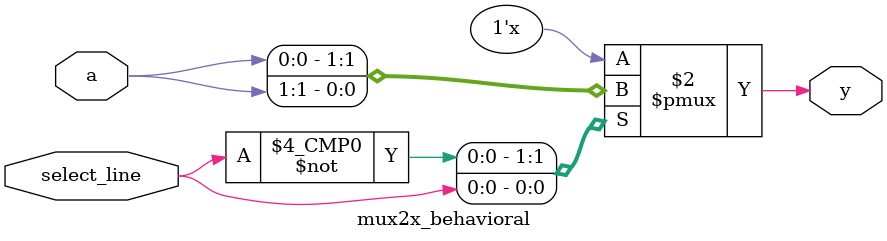
<source format=v>

module mux2x_behavioral(
input [1:0]a,
input select_line,
output reg y);
always @(*)begin
case(select_line)
1'b0:y=a[0];
1'b1:y=a[1];
default :y=1'b0;
endcase
end
endmodule


</source>
